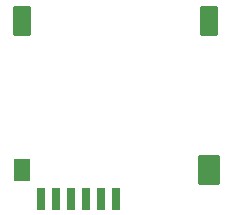
<source format=gbp>
G04*
G04 #@! TF.GenerationSoftware,Altium Limited,Altium Designer,20.1.12 (249)*
G04*
G04 Layer_Color=128*
%FSTAX24Y24*%
%MOIN*%
G70*
G04*
G04 #@! TF.SameCoordinates,89921D2C-3172-4036-8A71-56443DCFD009*
G04*
G04*
G04 #@! TF.FilePolarity,Positive*
G04*
G01*
G75*
G04:AMPARAMS|DCode=24|XSize=27.6mil|YSize=70.9mil|CornerRadius=1.4mil|HoleSize=0mil|Usage=FLASHONLY|Rotation=180.000|XOffset=0mil|YOffset=0mil|HoleType=Round|Shape=RoundedRectangle|*
%AMROUNDEDRECTD24*
21,1,0.0276,0.0681,0,0,180.0*
21,1,0.0248,0.0709,0,0,180.0*
1,1,0.0028,-0.0124,0.0341*
1,1,0.0028,0.0124,0.0341*
1,1,0.0028,0.0124,-0.0341*
1,1,0.0028,-0.0124,-0.0341*
%
%ADD24ROUNDEDRECTD24*%
G04:AMPARAMS|DCode=130|XSize=55.1mil|YSize=70.9mil|CornerRadius=2.8mil|HoleSize=0mil|Usage=FLASHONLY|Rotation=0.000|XOffset=0mil|YOffset=0mil|HoleType=Round|Shape=RoundedRectangle|*
%AMROUNDEDRECTD130*
21,1,0.0551,0.0654,0,0,0.0*
21,1,0.0496,0.0709,0,0,0.0*
1,1,0.0055,0.0248,-0.0327*
1,1,0.0055,-0.0248,-0.0327*
1,1,0.0055,-0.0248,0.0327*
1,1,0.0055,0.0248,0.0327*
%
%ADD130ROUNDEDRECTD130*%
G04:AMPARAMS|DCode=131|XSize=59.1mil|YSize=98.4mil|CornerRadius=3mil|HoleSize=0mil|Usage=FLASHONLY|Rotation=0.000|XOffset=0mil|YOffset=0mil|HoleType=Round|Shape=RoundedRectangle|*
%AMROUNDEDRECTD131*
21,1,0.0591,0.0925,0,0,0.0*
21,1,0.0531,0.0984,0,0,0.0*
1,1,0.0059,0.0266,-0.0463*
1,1,0.0059,-0.0266,-0.0463*
1,1,0.0059,-0.0266,0.0463*
1,1,0.0059,0.0266,0.0463*
%
%ADD131ROUNDEDRECTD131*%
G04:AMPARAMS|DCode=132|XSize=70.9mil|YSize=98.4mil|CornerRadius=3.5mil|HoleSize=0mil|Usage=FLASHONLY|Rotation=0.000|XOffset=0mil|YOffset=0mil|HoleType=Round|Shape=RoundedRectangle|*
%AMROUNDEDRECTD132*
21,1,0.0709,0.0913,0,0,0.0*
21,1,0.0638,0.0984,0,0,0.0*
1,1,0.0071,0.0319,-0.0457*
1,1,0.0071,-0.0319,-0.0457*
1,1,0.0071,-0.0319,0.0457*
1,1,0.0071,0.0319,0.0457*
%
%ADD132ROUNDEDRECTD132*%
D24*
X016094Y040313D02*
D03*
X017094Y040313D02*
D03*
X018094Y040313D02*
D03*
X015594Y040313D02*
D03*
X016594Y040313D02*
D03*
X017594D02*
D03*
D130*
X01498Y041258D02*
D03*
D131*
Y046219D02*
D03*
X0212D02*
D03*
D132*
Y041258D02*
D03*
M02*

</source>
